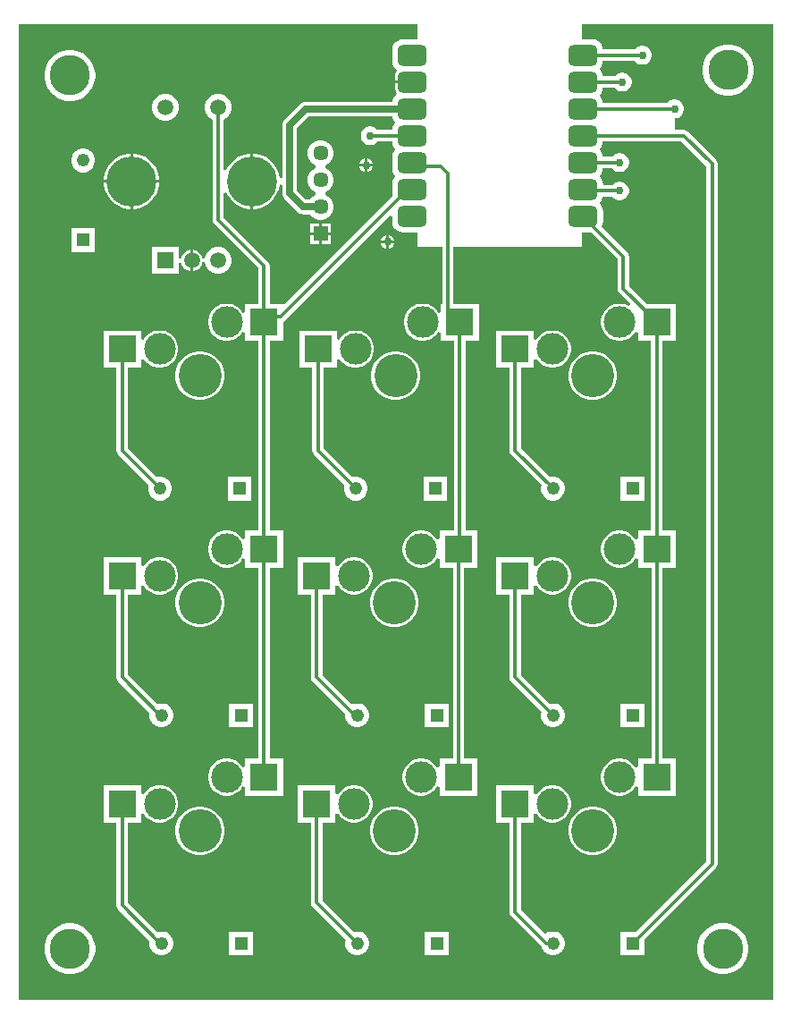
<source format=gbr>
G04*
G04 #@! TF.GenerationSoftware,Altium Limited,Altium Designer,25.8.1 (18)*
G04*
G04 Layer_Physical_Order=2*
G04 Layer_Color=16711680*
%FSLAX44Y44*%
%MOMM*%
G71*
G04*
G04 #@! TF.SameCoordinates,DF3AAA51-F136-4719-93B0-9B07129043F7*
G04*
G04*
G04 #@! TF.FilePolarity,Positive*
G04*
G01*
G75*
%ADD26C,0.3048*%
%ADD27C,4.0894*%
%ADD28R,1.4500X1.4500*%
%ADD29C,1.4500*%
%ADD30C,3.8100*%
%ADD31C,4.7400*%
%ADD32C,1.5000*%
%ADD33C,3.0000*%
%ADD34R,1.2380X1.2380*%
%ADD35C,1.2380*%
%ADD36R,1.2380X1.2380*%
%ADD37R,1.5000X1.5000*%
%ADD38C,0.7620*%
G04:AMPARAMS|DCode=39|XSize=2.75mm|YSize=2mm|CornerRadius=0.5mm|HoleSize=0mm|Usage=FLASHONLY|Rotation=180.000|XOffset=0mm|YOffset=0mm|HoleType=Round|Shape=RoundedRectangle|*
%AMROUNDEDRECTD39*
21,1,2.7500,1.0000,0,0,180.0*
21,1,1.7500,2.0000,0,0,180.0*
1,1,1.0000,-0.8750,0.5000*
1,1,1.0000,0.8750,0.5000*
1,1,1.0000,0.8750,-0.5000*
1,1,1.0000,-0.8750,-0.5000*
%
%ADD39ROUNDEDRECTD39*%
%ADD40R,2.5500X2.5000*%
%ADD41C,0.6350*%
G36*
X1141656Y20394D02*
X426795D01*
Y943536D01*
X803910D01*
Y929567D01*
X790360D01*
X787729Y929221D01*
X785276Y928205D01*
X783171Y926589D01*
X781555Y924483D01*
X780539Y922031D01*
X780193Y919400D01*
Y909400D01*
X780539Y906769D01*
X781555Y904316D01*
X783171Y902211D01*
X783837Y901700D01*
X784835Y899677D01*
X784198Y898355D01*
X783774Y897803D01*
X783014Y895968D01*
X782755Y894000D01*
Y890270D01*
X799110D01*
Y887730D01*
X782755D01*
Y884000D01*
X783014Y882032D01*
X783774Y880198D01*
X784198Y879645D01*
X784835Y878323D01*
X783837Y876300D01*
X783171Y875789D01*
X781555Y873683D01*
X780539Y871231D01*
X780462Y870645D01*
X698500D01*
X696677Y870405D01*
X694977Y869701D01*
X693518Y868582D01*
X678278Y853342D01*
X677159Y851883D01*
X676455Y850183D01*
X676215Y848360D01*
Y798504D01*
X673675Y798254D01*
X672782Y802744D01*
X670804Y807519D01*
X667932Y811817D01*
X664277Y815472D01*
X659979Y818344D01*
X655204Y820322D01*
X650134Y821330D01*
X648820D01*
Y795090D01*
Y768850D01*
X650134D01*
X655204Y769858D01*
X659979Y771836D01*
X664277Y774708D01*
X667932Y778363D01*
X670804Y782661D01*
X672782Y787436D01*
X673675Y791926D01*
X676215Y791676D01*
Y783590D01*
X676455Y781767D01*
X677159Y780067D01*
X678278Y778608D01*
X690978Y765908D01*
X692437Y764789D01*
X694137Y764085D01*
X695960Y763845D01*
X702300D01*
X702604Y763319D01*
X704899Y761023D01*
X707711Y759400D01*
X710847Y758560D01*
X714093D01*
X717229Y759400D01*
X720041Y761023D01*
X722337Y763319D01*
X723960Y766131D01*
X724800Y769267D01*
Y772513D01*
X723960Y775649D01*
X722337Y778461D01*
X720041Y780757D01*
X717477Y782237D01*
X717272Y783590D01*
X717477Y784943D01*
X720041Y786423D01*
X722337Y788719D01*
X723960Y791531D01*
X724800Y794667D01*
Y797913D01*
X723960Y801049D01*
X722337Y803861D01*
X720041Y806156D01*
X717477Y807637D01*
X717272Y808990D01*
X717477Y810343D01*
X720041Y811824D01*
X722337Y814119D01*
X723960Y816931D01*
X724800Y820067D01*
Y823313D01*
X723960Y826449D01*
X722337Y829261D01*
X720041Y831556D01*
X717229Y833180D01*
X714093Y834020D01*
X710847D01*
X707711Y833180D01*
X704899Y831556D01*
X702604Y829261D01*
X700980Y826449D01*
X700140Y823313D01*
Y820067D01*
X700980Y816931D01*
X702604Y814119D01*
X704899Y811824D01*
X707464Y810343D01*
X707668Y808990D01*
X707464Y807637D01*
X704899Y806156D01*
X702604Y803861D01*
X700980Y801049D01*
X700140Y797913D01*
Y794667D01*
X700980Y791531D01*
X702604Y788719D01*
X704899Y786423D01*
X707464Y784943D01*
X707668Y783590D01*
X707464Y782237D01*
X704899Y780757D01*
X702604Y778461D01*
X702300Y777935D01*
X698878D01*
X690305Y786508D01*
Y845442D01*
X701418Y856555D01*
X780462D01*
X780539Y855969D01*
X781555Y853516D01*
X782118Y852783D01*
X782946Y850900D01*
X782118Y849017D01*
X781555Y848283D01*
X780539Y845831D01*
X780251Y843639D01*
X766585D01*
X766574Y843659D01*
X764919Y845314D01*
X762891Y846484D01*
X760630Y847090D01*
X758290D01*
X756029Y846484D01*
X754001Y845314D01*
X752346Y843659D01*
X751176Y841631D01*
X750570Y839370D01*
Y837030D01*
X751176Y834769D01*
X752346Y832741D01*
X754001Y831086D01*
X756029Y829916D01*
X758290Y829310D01*
X760630D01*
X762891Y829916D01*
X764919Y831086D01*
X766574Y832741D01*
X766585Y832762D01*
X780251D01*
X780539Y830569D01*
X781555Y828117D01*
X782118Y827383D01*
X782946Y825500D01*
X782118Y823617D01*
X781555Y822884D01*
X780539Y820431D01*
X780193Y817800D01*
Y807800D01*
X780539Y805169D01*
X781555Y802717D01*
X782118Y801983D01*
X782946Y800100D01*
X782118Y798217D01*
X781555Y797484D01*
X780539Y795031D01*
X780193Y792400D01*
Y782400D01*
X780442Y780513D01*
X678511Y678583D01*
X676900Y679250D01*
Y679250D01*
X664509D01*
Y715070D01*
X664094Y717151D01*
X662916Y718916D01*
X620989Y760843D01*
Y784009D01*
X623529Y784514D01*
X624296Y782661D01*
X627168Y778363D01*
X630823Y774708D01*
X635121Y771836D01*
X639896Y769858D01*
X644966Y768850D01*
X646280D01*
Y795090D01*
Y821330D01*
X644966D01*
X639896Y820322D01*
X635121Y818344D01*
X630823Y815472D01*
X627168Y811817D01*
X624296Y807519D01*
X623529Y805666D01*
X620989Y806171D01*
Y853704D01*
X623274Y855023D01*
X625616Y857366D01*
X627273Y860234D01*
X628130Y863434D01*
Y866746D01*
X627273Y869946D01*
X625616Y872814D01*
X623274Y875156D01*
X620406Y876813D01*
X617206Y877670D01*
X613894D01*
X610694Y876813D01*
X607826Y875156D01*
X605484Y872814D01*
X603827Y869946D01*
X602970Y866746D01*
Y863434D01*
X603827Y860234D01*
X605484Y857366D01*
X607826Y855023D01*
X610112Y853704D01*
Y758590D01*
X610526Y756509D01*
X611704Y754744D01*
X653632Y712817D01*
Y679250D01*
X641240D01*
Y671317D01*
X638700Y670598D01*
X637194Y672851D01*
X634751Y675294D01*
X631878Y677214D01*
X628686Y678536D01*
X625298Y679210D01*
X621842D01*
X618454Y678536D01*
X615262Y677214D01*
X612389Y675294D01*
X609946Y672851D01*
X608026Y669978D01*
X606704Y666786D01*
X606030Y663398D01*
Y659942D01*
X606704Y656554D01*
X608026Y653362D01*
X609946Y650489D01*
X612389Y648046D01*
X615262Y646126D01*
X618454Y644804D01*
X621842Y644130D01*
X625298D01*
X628686Y644804D01*
X631878Y646126D01*
X634751Y648046D01*
X637194Y650489D01*
X638700Y652742D01*
X641240Y652023D01*
Y644090D01*
X653632D01*
Y464620D01*
X641240D01*
Y456687D01*
X638700Y455967D01*
X637194Y458221D01*
X634751Y460664D01*
X631878Y462584D01*
X628686Y463906D01*
X625298Y464580D01*
X621842D01*
X618454Y463906D01*
X615262Y462584D01*
X612389Y460664D01*
X609946Y458221D01*
X608026Y455348D01*
X606704Y452156D01*
X606030Y448768D01*
Y445312D01*
X606704Y441924D01*
X608026Y438732D01*
X609946Y435859D01*
X612389Y433416D01*
X615262Y431496D01*
X618454Y430174D01*
X621842Y429500D01*
X625298D01*
X628686Y430174D01*
X631878Y431496D01*
X634751Y433416D01*
X637194Y435859D01*
X638700Y438112D01*
X641240Y437393D01*
Y429460D01*
X653632D01*
Y248720D01*
X641240D01*
Y240787D01*
X638700Y240068D01*
X637194Y242321D01*
X634751Y244764D01*
X631878Y246684D01*
X628686Y248006D01*
X625298Y248680D01*
X621842D01*
X618454Y248006D01*
X615262Y246684D01*
X612389Y244764D01*
X609946Y242321D01*
X608026Y239448D01*
X606704Y236256D01*
X606030Y232868D01*
Y229412D01*
X606704Y226024D01*
X608026Y222832D01*
X609946Y219959D01*
X612389Y217516D01*
X615262Y215596D01*
X618454Y214274D01*
X621842Y213600D01*
X625298D01*
X628686Y214274D01*
X631878Y215596D01*
X634751Y217516D01*
X637194Y219959D01*
X638700Y222213D01*
X641240Y221493D01*
Y213560D01*
X676900D01*
Y248720D01*
X664509D01*
Y429460D01*
X676900D01*
Y464620D01*
X664509D01*
Y644090D01*
X676900D01*
Y662104D01*
X678452Y663141D01*
X777846Y762535D01*
X780193Y761563D01*
Y757000D01*
X780539Y754369D01*
X781555Y751917D01*
X783171Y749811D01*
X785276Y748195D01*
X787729Y747179D01*
X790360Y746833D01*
X803910D01*
Y732790D01*
X827682D01*
Y679250D01*
X826660D01*
Y671317D01*
X824120Y670598D01*
X822614Y672851D01*
X820171Y675294D01*
X817298Y677214D01*
X814106Y678536D01*
X810717Y679210D01*
X807262D01*
X803874Y678536D01*
X800682Y677214D01*
X797809Y675294D01*
X795366Y672851D01*
X793446Y669978D01*
X792124Y666786D01*
X791450Y663398D01*
Y659942D01*
X792124Y656554D01*
X793446Y653362D01*
X795366Y650489D01*
X797809Y648046D01*
X800682Y646126D01*
X803874Y644804D01*
X807262Y644130D01*
X810717D01*
X814106Y644804D01*
X817298Y646126D01*
X820171Y648046D01*
X822614Y650489D01*
X824120Y652742D01*
X826660Y652023D01*
Y644090D01*
X839052D01*
Y464620D01*
X825390D01*
Y456687D01*
X822850Y455967D01*
X821344Y458221D01*
X818901Y460664D01*
X816028Y462584D01*
X812836Y463906D01*
X809447Y464580D01*
X805993D01*
X802604Y463906D01*
X799412Y462584D01*
X796539Y460664D01*
X794096Y458221D01*
X792176Y455348D01*
X790854Y452156D01*
X790180Y448768D01*
Y445312D01*
X790854Y441924D01*
X792176Y438732D01*
X794096Y435859D01*
X796539Y433416D01*
X799412Y431496D01*
X802604Y430174D01*
X805993Y429500D01*
X809447D01*
X812836Y430174D01*
X816028Y431496D01*
X818901Y433416D01*
X821344Y435859D01*
X822850Y438112D01*
X825390Y437393D01*
Y429460D01*
X837782D01*
Y248720D01*
X825390D01*
Y240787D01*
X822850Y240068D01*
X821344Y242321D01*
X818901Y244764D01*
X816028Y246684D01*
X812836Y248006D01*
X809447Y248680D01*
X805993D01*
X802604Y248006D01*
X799412Y246684D01*
X796539Y244764D01*
X794096Y242321D01*
X792176Y239448D01*
X790854Y236256D01*
X790180Y232868D01*
Y229412D01*
X790854Y226024D01*
X792176Y222832D01*
X794096Y219959D01*
X796539Y217516D01*
X799412Y215596D01*
X802604Y214274D01*
X805993Y213600D01*
X809447D01*
X812836Y214274D01*
X816028Y215596D01*
X818901Y217516D01*
X821344Y219959D01*
X822850Y222213D01*
X825390Y221493D01*
Y213560D01*
X861050D01*
Y248720D01*
X848659D01*
Y429460D01*
X861050D01*
Y464620D01*
X849929D01*
Y644090D01*
X862320D01*
Y679250D01*
X838559D01*
Y732790D01*
X960120D01*
Y746833D01*
X968586D01*
X993742Y721677D01*
Y693420D01*
X994156Y691339D01*
X995334Y689574D01*
X1005953Y678956D01*
X1004334Y676983D01*
X1003988Y677214D01*
X1000796Y678536D01*
X997408Y679210D01*
X993952D01*
X990564Y678536D01*
X987372Y677214D01*
X984499Y675294D01*
X982056Y672851D01*
X980136Y669978D01*
X978814Y666786D01*
X978140Y663398D01*
Y659942D01*
X978814Y656554D01*
X980136Y653362D01*
X982056Y650489D01*
X984499Y648046D01*
X987372Y646126D01*
X990564Y644804D01*
X993952Y644130D01*
X997408D01*
X1000796Y644804D01*
X1003988Y646126D01*
X1006861Y648046D01*
X1009304Y650489D01*
X1010810Y652742D01*
X1013350Y652023D01*
Y644090D01*
X1025491D01*
Y464620D01*
X1013350D01*
Y456687D01*
X1010810Y455967D01*
X1009304Y458221D01*
X1006861Y460664D01*
X1003988Y462584D01*
X1000796Y463906D01*
X997408Y464580D01*
X993952D01*
X990564Y463906D01*
X987372Y462584D01*
X984499Y460664D01*
X982056Y458221D01*
X980136Y455348D01*
X978814Y452156D01*
X978140Y448768D01*
Y445312D01*
X978814Y441924D01*
X980136Y438732D01*
X982056Y435859D01*
X984499Y433416D01*
X987372Y431496D01*
X990564Y430174D01*
X993952Y429500D01*
X997408D01*
X1000796Y430174D01*
X1003988Y431496D01*
X1006861Y433416D01*
X1009304Y435859D01*
X1010810Y438112D01*
X1013350Y437393D01*
Y429460D01*
X1025742D01*
Y248720D01*
X1013350D01*
Y240787D01*
X1010810Y240068D01*
X1009304Y242321D01*
X1006861Y244764D01*
X1003988Y246684D01*
X1000796Y248006D01*
X997408Y248680D01*
X993952D01*
X990564Y248006D01*
X987372Y246684D01*
X984499Y244764D01*
X982056Y242321D01*
X980136Y239448D01*
X978814Y236256D01*
X978140Y232868D01*
Y229412D01*
X978814Y226024D01*
X980136Y222832D01*
X982056Y219959D01*
X984499Y217516D01*
X987372Y215596D01*
X990564Y214274D01*
X993952Y213600D01*
X997408D01*
X1000796Y214274D01*
X1003988Y215596D01*
X1006861Y217516D01*
X1009304Y219959D01*
X1010810Y222213D01*
X1013350Y221493D01*
Y213560D01*
X1049010D01*
Y248720D01*
X1036618D01*
Y429460D01*
X1049010D01*
Y464620D01*
X1036368D01*
Y644090D01*
X1049010D01*
Y679250D01*
X1021041D01*
X1004619Y695673D01*
Y723930D01*
X1004204Y726011D01*
X1003026Y727776D01*
X978729Y752072D01*
X979680Y754369D01*
X980027Y757000D01*
Y767000D01*
X979680Y769631D01*
X978665Y772084D01*
X978102Y772817D01*
X977274Y774700D01*
X978102Y776583D01*
X978665Y777317D01*
X979680Y779769D01*
X979802Y780692D01*
X988555D01*
X988566Y780671D01*
X990221Y779016D01*
X992249Y777846D01*
X994510Y777240D01*
X996850D01*
X999111Y777846D01*
X1001139Y779016D01*
X1002794Y780671D01*
X1003964Y782699D01*
X1004570Y784960D01*
Y787300D01*
X1003964Y789561D01*
X1002794Y791589D01*
X1001139Y793244D01*
X999111Y794414D01*
X996850Y795020D01*
X994510D01*
X992249Y794414D01*
X990221Y793244D01*
X988566Y791589D01*
X988555Y791569D01*
X980027D01*
Y792400D01*
X979680Y795031D01*
X978665Y797484D01*
X978102Y798217D01*
X977274Y800100D01*
X978102Y801983D01*
X978665Y802717D01*
X979680Y805169D01*
X979969Y807362D01*
X988555D01*
X988566Y807341D01*
X990221Y805686D01*
X992249Y804516D01*
X994510Y803910D01*
X996850D01*
X999111Y804516D01*
X1001139Y805686D01*
X1002794Y807341D01*
X1003964Y809369D01*
X1004570Y811630D01*
Y813970D01*
X1003964Y816231D01*
X1002794Y818259D01*
X1001139Y819914D01*
X999111Y821084D01*
X996850Y821690D01*
X994510D01*
X992249Y821084D01*
X990221Y819914D01*
X988566Y818259D01*
X988555Y818239D01*
X979969D01*
X979680Y820431D01*
X978665Y822884D01*
X978102Y823617D01*
X977274Y825500D01*
X978102Y827383D01*
X978665Y828117D01*
X979680Y830569D01*
X979969Y832762D01*
X1054387D01*
X1077871Y809277D01*
Y151258D01*
X1011544Y84930D01*
X996695D01*
Y62390D01*
X1019235D01*
Y77239D01*
X1087156Y145159D01*
X1088335Y146924D01*
X1088748Y149005D01*
Y811530D01*
X1088335Y813611D01*
X1087156Y815376D01*
X1060486Y842046D01*
X1058721Y843224D01*
X1056640Y843639D01*
X1047750D01*
Y854710D01*
X1048920D01*
X1051181Y855316D01*
X1053209Y856486D01*
X1054864Y858141D01*
X1056034Y860169D01*
X1056640Y862430D01*
Y864770D01*
X1056034Y867031D01*
X1054864Y869059D01*
X1053209Y870714D01*
X1051181Y871884D01*
X1048920Y872490D01*
X1046580D01*
X1044319Y871884D01*
X1042291Y870714D01*
X1040636Y869059D01*
X1040625Y869038D01*
X979969D01*
X979680Y871231D01*
X978665Y873683D01*
X978102Y874417D01*
X977274Y876300D01*
X978102Y878183D01*
X978665Y878916D01*
X979680Y881369D01*
X979969Y883561D01*
X991095D01*
X991106Y883541D01*
X992761Y881886D01*
X994789Y880716D01*
X997050Y880110D01*
X999390D01*
X1001651Y880716D01*
X1003679Y881886D01*
X1005334Y883541D01*
X1006504Y885569D01*
X1007110Y887830D01*
Y890170D01*
X1006504Y892431D01*
X1005334Y894459D01*
X1003679Y896114D01*
X1001651Y897284D01*
X999390Y897890D01*
X997050D01*
X994789Y897284D01*
X992761Y896114D01*
X991106Y894459D01*
X991095Y894438D01*
X979969D01*
X979680Y896631D01*
X978665Y899083D01*
X978102Y899817D01*
X977274Y901700D01*
X978102Y903583D01*
X978665Y904316D01*
X979680Y906769D01*
X979969Y908961D01*
X1010145D01*
X1010156Y908941D01*
X1011811Y907286D01*
X1013839Y906116D01*
X1016100Y905510D01*
X1018440D01*
X1020701Y906116D01*
X1022729Y907286D01*
X1024384Y908941D01*
X1025554Y910969D01*
X1026160Y913230D01*
Y915570D01*
X1025554Y917831D01*
X1024384Y919859D01*
X1022729Y921514D01*
X1020701Y922684D01*
X1018440Y923290D01*
X1016100D01*
X1013839Y922684D01*
X1011811Y921514D01*
X1010156Y919859D01*
X1010145Y919838D01*
X979969D01*
X979680Y922031D01*
X978665Y924483D01*
X977049Y926589D01*
X974943Y928205D01*
X972491Y929221D01*
X969860Y929567D01*
X960120D01*
Y943536D01*
X1141656D01*
Y20394D01*
D02*
G37*
%LPC*%
G36*
X1100927Y924560D02*
X1096173D01*
X1091512Y923633D01*
X1087120Y921814D01*
X1083168Y919173D01*
X1079807Y915812D01*
X1077166Y911860D01*
X1075347Y907468D01*
X1074420Y902807D01*
Y898053D01*
X1075347Y893391D01*
X1077166Y889000D01*
X1079807Y885048D01*
X1083168Y881687D01*
X1087120Y879046D01*
X1091512Y877227D01*
X1096173Y876300D01*
X1100927D01*
X1105589Y877227D01*
X1109980Y879046D01*
X1113932Y881687D01*
X1117293Y885048D01*
X1119934Y889000D01*
X1121753Y893391D01*
X1122680Y898053D01*
Y902807D01*
X1121753Y907468D01*
X1119934Y911860D01*
X1117293Y915812D01*
X1113932Y919173D01*
X1109980Y921814D01*
X1105589Y923633D01*
X1100927Y924560D01*
D02*
G37*
G36*
X477357Y919480D02*
X472603D01*
X467942Y918553D01*
X463550Y916734D01*
X459598Y914093D01*
X456237Y910732D01*
X453596Y906780D01*
X451777Y902389D01*
X450850Y897727D01*
Y892973D01*
X451777Y888311D01*
X453596Y883920D01*
X456237Y879968D01*
X459598Y876607D01*
X463550Y873966D01*
X467942Y872147D01*
X472603Y871220D01*
X477357D01*
X482019Y872147D01*
X486410Y873966D01*
X490362Y876607D01*
X493723Y879968D01*
X496364Y883920D01*
X498183Y888311D01*
X499110Y892973D01*
Y897727D01*
X498183Y902389D01*
X496364Y906780D01*
X493723Y910732D01*
X490362Y914093D01*
X486410Y916734D01*
X482019Y918553D01*
X477357Y919480D01*
D02*
G37*
G36*
X567206Y877670D02*
X563894D01*
X560694Y876813D01*
X557826Y875156D01*
X555484Y872814D01*
X553827Y869946D01*
X552970Y866746D01*
Y863434D01*
X553827Y860234D01*
X555484Y857366D01*
X557826Y855023D01*
X560694Y853367D01*
X563894Y852510D01*
X567206D01*
X570406Y853367D01*
X573274Y855023D01*
X575616Y857366D01*
X577273Y860234D01*
X578130Y863434D01*
Y866746D01*
X577273Y869946D01*
X575616Y872814D01*
X573274Y875156D01*
X570406Y876813D01*
X567206Y877670D01*
D02*
G37*
G36*
X756920Y816607D02*
Y811530D01*
X761997D01*
X761033Y813857D01*
X759247Y815643D01*
X756920Y816607D01*
D02*
G37*
G36*
X754380D02*
X752053Y815643D01*
X750267Y813857D01*
X749303Y811530D01*
X754380D01*
Y816607D01*
D02*
G37*
G36*
X761997Y808990D02*
X756920D01*
Y803913D01*
X759247Y804877D01*
X761033Y806663D01*
X761997Y808990D01*
D02*
G37*
G36*
X754380D02*
X749303D01*
X750267Y806663D01*
X752053Y804877D01*
X754380Y803913D01*
Y808990D01*
D02*
G37*
G36*
X489164Y826195D02*
X486196D01*
X483330Y825427D01*
X480760Y823943D01*
X478662Y821845D01*
X477178Y819275D01*
X476410Y816409D01*
Y813441D01*
X477178Y810575D01*
X478662Y808005D01*
X480760Y805907D01*
X483330Y804423D01*
X486196Y803655D01*
X489164D01*
X492030Y804423D01*
X494600Y805907D01*
X496698Y808005D01*
X498182Y810575D01*
X498950Y813441D01*
Y816409D01*
X498182Y819275D01*
X496698Y821845D01*
X494600Y823943D01*
X492030Y825427D01*
X489164Y826195D01*
D02*
G37*
G36*
X536134Y821330D02*
X534820D01*
Y796360D01*
X559790D01*
Y797674D01*
X558782Y802744D01*
X556804Y807519D01*
X553932Y811817D01*
X550277Y815472D01*
X545979Y818344D01*
X541204Y820322D01*
X536134Y821330D01*
D02*
G37*
G36*
X532280D02*
X530966D01*
X525896Y820322D01*
X521121Y818344D01*
X516823Y815472D01*
X513168Y811817D01*
X510296Y807519D01*
X508318Y802744D01*
X507310Y797674D01*
Y796360D01*
X532280D01*
Y821330D01*
D02*
G37*
G36*
X559790Y793820D02*
X534820D01*
Y768850D01*
X536134D01*
X541204Y769858D01*
X545979Y771836D01*
X550277Y774708D01*
X553932Y778363D01*
X556804Y782661D01*
X558782Y787436D01*
X559790Y792506D01*
Y793820D01*
D02*
G37*
G36*
X532280D02*
X507310D01*
Y792506D01*
X508318Y787436D01*
X510296Y782661D01*
X513168Y778363D01*
X516823Y774708D01*
X521121Y771836D01*
X525896Y769858D01*
X530966Y768850D01*
X532280D01*
Y793820D01*
D02*
G37*
G36*
X722260Y755280D02*
X713740D01*
Y746760D01*
X722260D01*
Y755280D01*
D02*
G37*
G36*
X711200D02*
X702680D01*
Y746760D01*
X711200D01*
Y755280D01*
D02*
G37*
G36*
X777240Y744217D02*
Y739140D01*
X782317D01*
X781353Y741467D01*
X779567Y743253D01*
X777240Y744217D01*
D02*
G37*
G36*
X774700D02*
X772373Y743253D01*
X770587Y741467D01*
X769623Y739140D01*
X774700D01*
Y744217D01*
D02*
G37*
G36*
X722260Y744220D02*
X713740D01*
Y735700D01*
X722260D01*
Y744220D01*
D02*
G37*
G36*
X711200D02*
X702680D01*
Y735700D01*
X711200D01*
Y744220D01*
D02*
G37*
G36*
X782317Y736600D02*
X777240D01*
Y731523D01*
X779567Y732487D01*
X781353Y734273D01*
X782317Y736600D01*
D02*
G37*
G36*
X774700D02*
X769623D01*
X770587Y734273D01*
X772373Y732487D01*
X774700Y731523D01*
Y736600D01*
D02*
G37*
G36*
X498950Y750825D02*
X476410D01*
Y728285D01*
X498950D01*
Y750825D01*
D02*
G37*
G36*
X617206Y732670D02*
X613894D01*
X610694Y731813D01*
X607826Y730156D01*
X605484Y727814D01*
X603827Y724946D01*
X602970Y721746D01*
X600473Y721849D01*
X599906Y723965D01*
X598584Y726255D01*
X596715Y728124D01*
X594425Y729446D01*
X591872Y730130D01*
X591820D01*
Y720090D01*
Y710050D01*
X591872D01*
X594425Y710734D01*
X596715Y712056D01*
X598584Y713925D01*
X599906Y716215D01*
X600473Y718331D01*
X602970Y718434D01*
X603827Y715234D01*
X605484Y712366D01*
X607826Y710023D01*
X610694Y708367D01*
X613894Y707510D01*
X617206D01*
X620406Y708367D01*
X623274Y710023D01*
X625616Y712366D01*
X627273Y715234D01*
X628130Y718434D01*
Y721746D01*
X627273Y724946D01*
X625616Y727814D01*
X623274Y730156D01*
X620406Y731813D01*
X617206Y732670D01*
D02*
G37*
G36*
X578130D02*
X552970D01*
Y707510D01*
X578130D01*
Y717837D01*
X580670Y718171D01*
X581194Y716215D01*
X582516Y713925D01*
X584385Y712056D01*
X586675Y710734D01*
X589228Y710050D01*
X589280D01*
Y720090D01*
Y730130D01*
X589228D01*
X586675Y729446D01*
X584385Y728124D01*
X582516Y726255D01*
X581194Y723965D01*
X580670Y722009D01*
X578130Y722343D01*
Y732670D01*
D02*
G37*
G36*
X914510Y653850D02*
X878850D01*
Y618690D01*
X891242D01*
Y540105D01*
X891656Y538024D01*
X892834Y536259D01*
X921768Y507326D01*
X921325Y505674D01*
Y502706D01*
X922093Y499840D01*
X923577Y497270D01*
X925675Y495172D01*
X928245Y493688D01*
X931111Y492920D01*
X934079D01*
X936945Y493688D01*
X939515Y495172D01*
X941613Y497270D01*
X943097Y499840D01*
X943865Y502706D01*
Y505674D01*
X943097Y508540D01*
X941613Y511110D01*
X939515Y513208D01*
X936945Y514692D01*
X934079Y515460D01*
X931111D01*
X929459Y515017D01*
X902119Y542358D01*
Y618690D01*
X914510D01*
Y626623D01*
X917050Y627342D01*
X918556Y625089D01*
X920999Y622646D01*
X923872Y620726D01*
X927064Y619404D01*
X930452Y618730D01*
X933907D01*
X937296Y619404D01*
X940488Y620726D01*
X943361Y622646D01*
X945804Y625089D01*
X947724Y627962D01*
X949046Y631154D01*
X949720Y634543D01*
Y637998D01*
X949046Y641386D01*
X947724Y644578D01*
X945804Y647451D01*
X943361Y649894D01*
X940488Y651814D01*
X937296Y653136D01*
X933907Y653810D01*
X930452D01*
X927064Y653136D01*
X923872Y651814D01*
X920999Y649894D01*
X918556Y647451D01*
X917050Y645198D01*
X914510Y645917D01*
Y653850D01*
D02*
G37*
G36*
X727820D02*
X692160D01*
Y618690D01*
X704551D01*
Y540105D01*
X704966Y538024D01*
X706144Y536259D01*
X735078Y507326D01*
X734635Y505674D01*
Y502706D01*
X735403Y499840D01*
X736887Y497270D01*
X738985Y495172D01*
X741555Y493688D01*
X744421Y492920D01*
X747389D01*
X750255Y493688D01*
X752825Y495172D01*
X754923Y497270D01*
X756407Y499840D01*
X757175Y502706D01*
Y505674D01*
X756407Y508540D01*
X754923Y511110D01*
X752825Y513208D01*
X750255Y514692D01*
X747389Y515460D01*
X744421D01*
X742769Y515017D01*
X715428Y542358D01*
Y618690D01*
X727820D01*
Y626623D01*
X730360Y627342D01*
X731866Y625089D01*
X734309Y622646D01*
X737182Y620726D01*
X740374Y619404D01*
X743763Y618730D01*
X747217D01*
X750606Y619404D01*
X753798Y620726D01*
X756671Y622646D01*
X759114Y625089D01*
X761034Y627962D01*
X762356Y631154D01*
X763030Y634543D01*
Y637998D01*
X762356Y641386D01*
X761034Y644578D01*
X759114Y647451D01*
X756671Y649894D01*
X753798Y651814D01*
X750606Y653136D01*
X747217Y653810D01*
X743763D01*
X740374Y653136D01*
X737182Y651814D01*
X734309Y649894D01*
X731866Y647451D01*
X730360Y645198D01*
X727820Y645917D01*
Y653850D01*
D02*
G37*
G36*
X542400D02*
X506740D01*
Y618690D01*
X519132D01*
Y540105D01*
X519546Y538024D01*
X520724Y536259D01*
X549658Y507326D01*
X549215Y505674D01*
Y502706D01*
X549983Y499840D01*
X551467Y497270D01*
X553565Y495172D01*
X556135Y493688D01*
X559001Y492920D01*
X561969D01*
X564835Y493688D01*
X567405Y495172D01*
X569503Y497270D01*
X570987Y499840D01*
X571755Y502706D01*
Y505674D01*
X570987Y508540D01*
X569503Y511110D01*
X567405Y513208D01*
X564835Y514692D01*
X561969Y515460D01*
X559001D01*
X557349Y515017D01*
X530009Y542358D01*
Y618690D01*
X542400D01*
Y626623D01*
X544940Y627342D01*
X546446Y625089D01*
X548889Y622646D01*
X551762Y620726D01*
X554954Y619404D01*
X558343Y618730D01*
X561797D01*
X565186Y619404D01*
X568378Y620726D01*
X571251Y622646D01*
X573694Y625089D01*
X575614Y627962D01*
X576936Y631154D01*
X577610Y634543D01*
Y637998D01*
X576936Y641386D01*
X575614Y644578D01*
X573694Y647451D01*
X571251Y649894D01*
X568378Y651814D01*
X565186Y653136D01*
X561797Y653810D01*
X558343D01*
X554954Y653136D01*
X551762Y651814D01*
X548889Y649894D01*
X546446Y647451D01*
X544940Y645198D01*
X542400Y645917D01*
Y653850D01*
D02*
G37*
G36*
X972544Y633857D02*
X968016D01*
X963575Y632974D01*
X959392Y631241D01*
X955627Y628725D01*
X952425Y625523D01*
X949909Y621758D01*
X948176Y617575D01*
X947293Y613134D01*
Y608606D01*
X948176Y604165D01*
X949909Y599982D01*
X952425Y596217D01*
X955627Y593015D01*
X959392Y590499D01*
X963575Y588766D01*
X968016Y587883D01*
X972544D01*
X976985Y588766D01*
X981168Y590499D01*
X984933Y593015D01*
X988135Y596217D01*
X990651Y599982D01*
X992384Y604165D01*
X993267Y608606D01*
Y613134D01*
X992384Y617575D01*
X990651Y621758D01*
X988135Y625523D01*
X984933Y628725D01*
X981168Y631241D01*
X976985Y632974D01*
X972544Y633857D01*
D02*
G37*
G36*
X785854D02*
X781326D01*
X776885Y632974D01*
X772702Y631241D01*
X768937Y628725D01*
X765735Y625523D01*
X763219Y621758D01*
X761486Y617575D01*
X760603Y613134D01*
Y608606D01*
X761486Y604165D01*
X763219Y599982D01*
X765735Y596217D01*
X768937Y593015D01*
X772702Y590499D01*
X776885Y588766D01*
X781326Y587883D01*
X785854D01*
X790295Y588766D01*
X794478Y590499D01*
X798243Y593015D01*
X801445Y596217D01*
X803961Y599982D01*
X805694Y604165D01*
X806577Y608606D01*
Y613134D01*
X805694Y617575D01*
X803961Y621758D01*
X801445Y625523D01*
X798243Y628725D01*
X794478Y631241D01*
X790295Y632974D01*
X785854Y633857D01*
D02*
G37*
G36*
X600434D02*
X595906D01*
X591465Y632974D01*
X587282Y631241D01*
X583517Y628725D01*
X580315Y625523D01*
X577799Y621758D01*
X576066Y617575D01*
X575183Y613134D01*
Y608606D01*
X576066Y604165D01*
X577799Y599982D01*
X580315Y596217D01*
X583517Y593015D01*
X587282Y590499D01*
X591465Y588766D01*
X595906Y587883D01*
X600434D01*
X604875Y588766D01*
X609058Y590499D01*
X612823Y593015D01*
X616025Y596217D01*
X618541Y599982D01*
X620274Y604165D01*
X621157Y608606D01*
Y613134D01*
X620274Y617575D01*
X618541Y621758D01*
X616025Y625523D01*
X612823Y628725D01*
X609058Y631241D01*
X604875Y632974D01*
X600434Y633857D01*
D02*
G37*
G36*
X1019235Y515460D02*
X996695D01*
Y492920D01*
X1019235D01*
Y515460D01*
D02*
G37*
G36*
X832545D02*
X810005D01*
Y492920D01*
X832545D01*
Y515460D01*
D02*
G37*
G36*
X647125D02*
X624585D01*
Y492920D01*
X647125D01*
Y515460D01*
D02*
G37*
G36*
X914510Y439220D02*
X878850D01*
Y404060D01*
X891242D01*
Y325475D01*
X891656Y323394D01*
X892834Y321629D01*
X921768Y292696D01*
X921325Y291044D01*
Y288076D01*
X922093Y285210D01*
X923577Y282640D01*
X925675Y280542D01*
X928245Y279058D01*
X931111Y278290D01*
X934079D01*
X936945Y279058D01*
X939515Y280542D01*
X941613Y282640D01*
X943097Y285210D01*
X943865Y288076D01*
Y291044D01*
X943097Y293910D01*
X941613Y296480D01*
X939515Y298578D01*
X936945Y300062D01*
X934079Y300830D01*
X931111D01*
X929459Y300387D01*
X902119Y327728D01*
Y404060D01*
X914510D01*
Y411993D01*
X917050Y412713D01*
X918556Y410459D01*
X920999Y408016D01*
X923872Y406096D01*
X927064Y404774D01*
X930452Y404100D01*
X933907D01*
X937296Y404774D01*
X940488Y406096D01*
X943361Y408016D01*
X945804Y410459D01*
X947724Y413332D01*
X949046Y416524D01*
X949720Y419912D01*
Y423368D01*
X949046Y426756D01*
X947724Y429948D01*
X945804Y432821D01*
X943361Y435264D01*
X940488Y437184D01*
X937296Y438506D01*
X933907Y439180D01*
X930452D01*
X927064Y438506D01*
X923872Y437184D01*
X920999Y435264D01*
X918556Y432821D01*
X917050Y430568D01*
X914510Y431287D01*
Y439220D01*
D02*
G37*
G36*
X726550D02*
X690890D01*
Y404060D01*
X703281D01*
Y325475D01*
X703696Y323394D01*
X704874Y321629D01*
X735905Y290599D01*
Y288076D01*
X736673Y285210D01*
X738157Y282640D01*
X740255Y280542D01*
X742825Y279058D01*
X745691Y278290D01*
X748659D01*
X751525Y279058D01*
X754095Y280542D01*
X756193Y282640D01*
X757677Y285210D01*
X758445Y288076D01*
Y291044D01*
X757677Y293910D01*
X756193Y296480D01*
X754095Y298578D01*
X751525Y300062D01*
X748659Y300830D01*
X745691D01*
X742825Y300062D01*
X742190Y299696D01*
X714158Y327728D01*
Y404060D01*
X726550D01*
Y411993D01*
X729090Y412713D01*
X730596Y410459D01*
X733039Y408016D01*
X735912Y406096D01*
X739104Y404774D01*
X742493Y404100D01*
X745947D01*
X749336Y404774D01*
X752528Y406096D01*
X755401Y408016D01*
X757844Y410459D01*
X759764Y413332D01*
X761086Y416524D01*
X761760Y419912D01*
Y423368D01*
X761086Y426756D01*
X759764Y429948D01*
X757844Y432821D01*
X755401Y435264D01*
X752528Y437184D01*
X749336Y438506D01*
X745947Y439180D01*
X742493D01*
X739104Y438506D01*
X735912Y437184D01*
X733039Y435264D01*
X730596Y432821D01*
X729090Y430568D01*
X726550Y431287D01*
Y439220D01*
D02*
G37*
G36*
X542400D02*
X506740D01*
Y404060D01*
X519132D01*
Y325475D01*
X519546Y323394D01*
X520724Y321629D01*
X550659Y291695D01*
X550485Y291044D01*
Y288076D01*
X551253Y285210D01*
X552737Y282640D01*
X554835Y280542D01*
X557405Y279058D01*
X560271Y278290D01*
X563239D01*
X566105Y279058D01*
X568675Y280542D01*
X570773Y282640D01*
X572257Y285210D01*
X573025Y288076D01*
Y291044D01*
X572257Y293910D01*
X570773Y296480D01*
X568675Y298578D01*
X566105Y300062D01*
X563239Y300830D01*
X560271D01*
X557617Y300119D01*
X530009Y327728D01*
Y404060D01*
X542400D01*
Y411993D01*
X544940Y412713D01*
X546446Y410459D01*
X548889Y408016D01*
X551762Y406096D01*
X554954Y404774D01*
X558343Y404100D01*
X561797D01*
X565186Y404774D01*
X568378Y406096D01*
X571251Y408016D01*
X573694Y410459D01*
X575614Y413332D01*
X576936Y416524D01*
X577610Y419912D01*
Y423368D01*
X576936Y426756D01*
X575614Y429948D01*
X573694Y432821D01*
X571251Y435264D01*
X568378Y437184D01*
X565186Y438506D01*
X561797Y439180D01*
X558343D01*
X554954Y438506D01*
X551762Y437184D01*
X548889Y435264D01*
X546446Y432821D01*
X544940Y430568D01*
X542400Y431287D01*
Y439220D01*
D02*
G37*
G36*
X972544Y419227D02*
X968016D01*
X963575Y418344D01*
X959392Y416611D01*
X955627Y414095D01*
X952425Y410893D01*
X949909Y407128D01*
X948176Y402945D01*
X947293Y398504D01*
Y393976D01*
X948176Y389535D01*
X949909Y385352D01*
X952425Y381587D01*
X955627Y378385D01*
X959392Y375869D01*
X963575Y374136D01*
X968016Y373253D01*
X972544D01*
X976985Y374136D01*
X981168Y375869D01*
X984933Y378385D01*
X988135Y381587D01*
X990651Y385352D01*
X992384Y389535D01*
X993267Y393976D01*
Y398504D01*
X992384Y402945D01*
X990651Y407128D01*
X988135Y410893D01*
X984933Y414095D01*
X981168Y416611D01*
X976985Y418344D01*
X972544Y419227D01*
D02*
G37*
G36*
X784584D02*
X780056D01*
X775615Y418344D01*
X771432Y416611D01*
X767667Y414095D01*
X764465Y410893D01*
X761949Y407128D01*
X760216Y402945D01*
X759333Y398504D01*
Y393976D01*
X760216Y389535D01*
X761949Y385352D01*
X764465Y381587D01*
X767667Y378385D01*
X771432Y375869D01*
X775615Y374136D01*
X780056Y373253D01*
X784584D01*
X789025Y374136D01*
X793208Y375869D01*
X796973Y378385D01*
X800175Y381587D01*
X802691Y385352D01*
X804424Y389535D01*
X805307Y393976D01*
Y398504D01*
X804424Y402945D01*
X802691Y407128D01*
X800175Y410893D01*
X796973Y414095D01*
X793208Y416611D01*
X789025Y418344D01*
X784584Y419227D01*
D02*
G37*
G36*
X600434D02*
X595906D01*
X591465Y418344D01*
X587282Y416611D01*
X583517Y414095D01*
X580315Y410893D01*
X577799Y407128D01*
X576066Y402945D01*
X575183Y398504D01*
Y393976D01*
X576066Y389535D01*
X577799Y385352D01*
X580315Y381587D01*
X583517Y378385D01*
X587282Y375869D01*
X591465Y374136D01*
X595906Y373253D01*
X600434D01*
X604875Y374136D01*
X609058Y375869D01*
X612823Y378385D01*
X616025Y381587D01*
X618541Y385352D01*
X620274Y389535D01*
X621157Y393976D01*
Y398504D01*
X620274Y402945D01*
X618541Y407128D01*
X616025Y410893D01*
X612823Y414095D01*
X609058Y416611D01*
X604875Y418344D01*
X600434Y419227D01*
D02*
G37*
G36*
X1019235Y300830D02*
X996695D01*
Y278290D01*
X1019235D01*
Y300830D01*
D02*
G37*
G36*
X833815D02*
X811275D01*
Y278290D01*
X833815D01*
Y300830D01*
D02*
G37*
G36*
X648395D02*
X625855D01*
Y278290D01*
X648395D01*
Y300830D01*
D02*
G37*
G36*
X914510Y223320D02*
X878850D01*
Y188160D01*
X891242D01*
Y103225D01*
X891656Y101144D01*
X892834Y99379D01*
X921796Y70418D01*
X922093Y69310D01*
X923577Y66740D01*
X925675Y64642D01*
X928245Y63158D01*
X931111Y62390D01*
X934079D01*
X936945Y63158D01*
X939515Y64642D01*
X941613Y66740D01*
X943097Y69310D01*
X943865Y72176D01*
Y75144D01*
X943097Y78010D01*
X941613Y80580D01*
X939515Y82678D01*
X936945Y84162D01*
X934079Y84930D01*
X931111D01*
X928245Y84162D01*
X925675Y82678D01*
X925296Y82300D01*
X902119Y105478D01*
Y188160D01*
X914510D01*
Y196093D01*
X917050Y196812D01*
X918556Y194559D01*
X920999Y192116D01*
X923872Y190196D01*
X927064Y188874D01*
X930452Y188200D01*
X933907D01*
X937296Y188874D01*
X940488Y190196D01*
X943361Y192116D01*
X945804Y194559D01*
X947724Y197432D01*
X949046Y200624D01*
X949720Y204013D01*
Y207467D01*
X949046Y210856D01*
X947724Y214048D01*
X945804Y216921D01*
X943361Y219364D01*
X940488Y221284D01*
X937296Y222606D01*
X933907Y223280D01*
X930452D01*
X927064Y222606D01*
X923872Y221284D01*
X920999Y219364D01*
X918556Y216921D01*
X917050Y214667D01*
X914510Y215387D01*
Y223320D01*
D02*
G37*
G36*
X726550D02*
X690890D01*
Y188160D01*
X703281D01*
Y112115D01*
X703696Y110034D01*
X704874Y108269D01*
X736348Y76796D01*
X735905Y75144D01*
Y72176D01*
X736673Y69310D01*
X738157Y66740D01*
X740255Y64642D01*
X742825Y63158D01*
X745691Y62390D01*
X748659D01*
X751525Y63158D01*
X754095Y64642D01*
X756193Y66740D01*
X757677Y69310D01*
X758445Y72176D01*
Y75144D01*
X757677Y78010D01*
X756193Y80580D01*
X754095Y82678D01*
X751525Y84162D01*
X748659Y84930D01*
X745691D01*
X744039Y84487D01*
X714158Y114368D01*
Y188160D01*
X726550D01*
Y196093D01*
X729090Y196812D01*
X730596Y194559D01*
X733039Y192116D01*
X735912Y190196D01*
X739104Y188874D01*
X742493Y188200D01*
X745947D01*
X749336Y188874D01*
X752528Y190196D01*
X755401Y192116D01*
X757844Y194559D01*
X759764Y197432D01*
X761086Y200624D01*
X761760Y204013D01*
Y207467D01*
X761086Y210856D01*
X759764Y214048D01*
X757844Y216921D01*
X755401Y219364D01*
X752528Y221284D01*
X749336Y222606D01*
X745947Y223280D01*
X742493D01*
X739104Y222606D01*
X735912Y221284D01*
X733039Y219364D01*
X730596Y216921D01*
X729090Y214667D01*
X726550Y215387D01*
Y223320D01*
D02*
G37*
G36*
X542400D02*
X506740D01*
Y188160D01*
X519132D01*
Y109575D01*
X519546Y107494D01*
X520724Y105729D01*
X550659Y75795D01*
X550485Y75144D01*
Y72176D01*
X551253Y69310D01*
X552737Y66740D01*
X554835Y64642D01*
X557405Y63158D01*
X560271Y62390D01*
X563239D01*
X566105Y63158D01*
X568675Y64642D01*
X570773Y66740D01*
X572257Y69310D01*
X573025Y72176D01*
Y75144D01*
X572257Y78010D01*
X570773Y80580D01*
X568675Y82678D01*
X566105Y84162D01*
X563239Y84930D01*
X560271D01*
X557617Y84219D01*
X530009Y111828D01*
Y188160D01*
X542400D01*
Y196093D01*
X544940Y196812D01*
X546446Y194559D01*
X548889Y192116D01*
X551762Y190196D01*
X554954Y188874D01*
X558343Y188200D01*
X561797D01*
X565186Y188874D01*
X568378Y190196D01*
X571251Y192116D01*
X573694Y194559D01*
X575614Y197432D01*
X576936Y200624D01*
X577610Y204013D01*
Y207467D01*
X576936Y210856D01*
X575614Y214048D01*
X573694Y216921D01*
X571251Y219364D01*
X568378Y221284D01*
X565186Y222606D01*
X561797Y223280D01*
X558343D01*
X554954Y222606D01*
X551762Y221284D01*
X548889Y219364D01*
X546446Y216921D01*
X544940Y214667D01*
X542400Y215387D01*
Y223320D01*
D02*
G37*
G36*
X972544Y203327D02*
X968016D01*
X963575Y202444D01*
X959392Y200711D01*
X955627Y198195D01*
X952425Y194993D01*
X949909Y191228D01*
X948176Y187045D01*
X947293Y182604D01*
Y178076D01*
X948176Y173635D01*
X949909Y169452D01*
X952425Y165687D01*
X955627Y162485D01*
X959392Y159969D01*
X963575Y158236D01*
X968016Y157353D01*
X972544D01*
X976985Y158236D01*
X981168Y159969D01*
X984933Y162485D01*
X988135Y165687D01*
X990651Y169452D01*
X992384Y173635D01*
X993267Y178076D01*
Y182604D01*
X992384Y187045D01*
X990651Y191228D01*
X988135Y194993D01*
X984933Y198195D01*
X981168Y200711D01*
X976985Y202444D01*
X972544Y203327D01*
D02*
G37*
G36*
X784584D02*
X780056D01*
X775615Y202444D01*
X771432Y200711D01*
X767667Y198195D01*
X764465Y194993D01*
X761949Y191228D01*
X760216Y187045D01*
X759333Y182604D01*
Y178076D01*
X760216Y173635D01*
X761949Y169452D01*
X764465Y165687D01*
X767667Y162485D01*
X771432Y159969D01*
X775615Y158236D01*
X780056Y157353D01*
X784584D01*
X789025Y158236D01*
X793208Y159969D01*
X796973Y162485D01*
X800175Y165687D01*
X802691Y169452D01*
X804424Y173635D01*
X805307Y178076D01*
Y182604D01*
X804424Y187045D01*
X802691Y191228D01*
X800175Y194993D01*
X796973Y198195D01*
X793208Y200711D01*
X789025Y202444D01*
X784584Y203327D01*
D02*
G37*
G36*
X600434D02*
X595906D01*
X591465Y202444D01*
X587282Y200711D01*
X583517Y198195D01*
X580315Y194993D01*
X577799Y191228D01*
X576066Y187045D01*
X575183Y182604D01*
Y178076D01*
X576066Y173635D01*
X577799Y169452D01*
X580315Y165687D01*
X583517Y162485D01*
X587282Y159969D01*
X591465Y158236D01*
X595906Y157353D01*
X600434D01*
X604875Y158236D01*
X609058Y159969D01*
X612823Y162485D01*
X616025Y165687D01*
X618541Y169452D01*
X620274Y173635D01*
X621157Y178076D01*
Y182604D01*
X620274Y187045D01*
X618541Y191228D01*
X616025Y194993D01*
X612823Y198195D01*
X609058Y200711D01*
X604875Y202444D01*
X600434Y203327D01*
D02*
G37*
G36*
X833815Y84930D02*
X811275D01*
Y62390D01*
X833815D01*
Y84930D01*
D02*
G37*
G36*
X648395D02*
X625855D01*
Y62390D01*
X648395D01*
Y84930D01*
D02*
G37*
G36*
X1095847Y92710D02*
X1091093D01*
X1086432Y91783D01*
X1082040Y89964D01*
X1078088Y87323D01*
X1074727Y83962D01*
X1072086Y80010D01*
X1070267Y75619D01*
X1069340Y70957D01*
Y66203D01*
X1070267Y61542D01*
X1072086Y57150D01*
X1074727Y53198D01*
X1078088Y49837D01*
X1082040Y47196D01*
X1086432Y45377D01*
X1091093Y44450D01*
X1095847D01*
X1100508Y45377D01*
X1104900Y47196D01*
X1108852Y49837D01*
X1112213Y53198D01*
X1114854Y57150D01*
X1116673Y61542D01*
X1117600Y66203D01*
Y70957D01*
X1116673Y75619D01*
X1114854Y80010D01*
X1112213Y83962D01*
X1108852Y87323D01*
X1104900Y89964D01*
X1100508Y91783D01*
X1095847Y92710D01*
D02*
G37*
G36*
X477357D02*
X472603D01*
X467942Y91783D01*
X463550Y89964D01*
X459598Y87323D01*
X456237Y83962D01*
X453596Y80010D01*
X451777Y75619D01*
X450850Y70957D01*
Y66203D01*
X451777Y61542D01*
X453596Y57150D01*
X456237Y53198D01*
X459598Y49837D01*
X463550Y47196D01*
X467942Y45377D01*
X472603Y44450D01*
X477357D01*
X482019Y45377D01*
X486410Y47196D01*
X490362Y49837D01*
X493723Y53198D01*
X496364Y57150D01*
X498183Y61542D01*
X499110Y66203D01*
Y70957D01*
X498183Y75619D01*
X496364Y80010D01*
X493723Y83962D01*
X490362Y87323D01*
X486410Y89964D01*
X482019Y91783D01*
X477357Y92710D01*
D02*
G37*
%LPD*%
D26*
X1007965Y73660D02*
X1083310Y149005D01*
X1056640Y838200D02*
X1083310Y811530D01*
Y149005D02*
Y811530D01*
X844240Y661670D02*
X844490D01*
X833264Y672646D02*
Y674287D01*
X833120Y674432D02*
X833264Y674287D01*
Y672646D02*
X844240Y661670D01*
X833120Y674432D02*
Y802640D01*
X826436Y809324D02*
X833120Y802640D01*
X802586Y809324D02*
X826436D01*
X799110Y812800D02*
X802586Y809324D01*
X759460Y838200D02*
X799110D01*
X961110Y889000D02*
X998220D01*
X961110Y914400D02*
X1017270D01*
X961110Y863600D02*
X1047750D01*
X961110Y838200D02*
X1056640D01*
X659070Y664904D02*
X661152Y666986D01*
X674606D02*
X795020Y787400D01*
X661152Y666986D02*
X674606D01*
X795020Y787400D02*
X799110D01*
X659070Y664904D02*
Y715070D01*
Y661670D02*
Y664904D01*
Y447040D02*
Y661420D01*
X615550Y758590D02*
Y865090D01*
Y758590D02*
X659070Y715070D01*
X962380Y786130D02*
X995680D01*
X961110Y787400D02*
X962380Y786130D01*
X961110Y812800D02*
X995680D01*
X961110Y762000D02*
X962979D01*
X971190Y753789D01*
Y751920D02*
Y753789D01*
Y751920D02*
X999180Y723930D01*
Y693420D02*
Y723930D01*
X659070Y231140D02*
Y447040D01*
X1030930Y447290D02*
Y661670D01*
X843220Y231140D02*
Y447040D01*
X844490Y448310D01*
Y661670D01*
X708720Y112115D02*
X747175Y73660D01*
X708720Y112115D02*
Y205740D01*
X896680Y103225D02*
Y205740D01*
Y103225D02*
X926245Y73660D01*
X1031180Y237490D02*
Y447040D01*
X1030930Y447290D02*
X1031180Y447040D01*
X999180Y693420D02*
X1030930Y661670D01*
X524570Y540105D02*
X560485Y504190D01*
X524570Y540105D02*
Y636270D01*
Y109575D02*
Y205740D01*
Y109575D02*
X560485Y73660D01*
X524570Y325475D02*
Y421640D01*
Y325475D02*
X560485Y289560D01*
X708720Y325475D02*
Y421640D01*
Y325475D02*
X744635Y289560D01*
X896680Y325475D02*
Y421640D01*
Y325475D02*
X932595Y289560D01*
X896680Y540105D02*
X932595Y504190D01*
X896680Y540105D02*
Y636270D01*
X709990Y540105D02*
X745905Y504190D01*
X709990Y540105D02*
Y636270D01*
D27*
X970280Y610870D02*
D03*
Y180340D02*
D03*
X782320D02*
D03*
X598170D02*
D03*
X970280Y396240D02*
D03*
X782320D02*
D03*
X598170D02*
D03*
X783590Y610870D02*
D03*
X598170D02*
D03*
D28*
X712470Y745490D02*
D03*
D29*
Y770890D02*
D03*
Y796290D02*
D03*
Y821690D02*
D03*
D30*
X1093470Y68580D02*
D03*
X474980D02*
D03*
Y895350D02*
D03*
X1098550Y900430D02*
D03*
D31*
X533550Y795090D02*
D03*
X647550D02*
D03*
D32*
X590550Y720090D02*
D03*
X615550Y865090D02*
D03*
Y720090D02*
D03*
X565550Y865090D02*
D03*
D33*
X623570Y661670D02*
D03*
X560070Y636270D02*
D03*
X745490D02*
D03*
X808990Y661670D02*
D03*
X995680D02*
D03*
X932180Y636270D02*
D03*
X560070Y421640D02*
D03*
X623570Y447040D02*
D03*
X807720D02*
D03*
X744220Y421640D02*
D03*
X932180D02*
D03*
X995680Y447040D02*
D03*
X623570Y231140D02*
D03*
X560070Y205740D02*
D03*
X744220D02*
D03*
X807720Y231140D02*
D03*
X995680D02*
D03*
X932180Y205740D02*
D03*
D34*
X487680Y739555D02*
D03*
D35*
Y814925D02*
D03*
X932595Y73660D02*
D03*
X747175D02*
D03*
X561755D02*
D03*
X932595Y289560D02*
D03*
X561755D02*
D03*
X932595Y504190D02*
D03*
X745905D02*
D03*
X560485D02*
D03*
X747175Y289560D02*
D03*
D36*
X1007965Y73660D02*
D03*
X822545D02*
D03*
X637125D02*
D03*
X1007965Y289560D02*
D03*
X637125D02*
D03*
X1007965Y504190D02*
D03*
X821275D02*
D03*
X635855D02*
D03*
X822545Y289560D02*
D03*
D37*
X565550Y720090D02*
D03*
D38*
X775970Y737870D02*
D03*
X755650Y810260D02*
D03*
X759460Y838200D02*
D03*
X1017270Y914400D02*
D03*
X998220Y889000D02*
D03*
X1047750Y863600D02*
D03*
X995680Y786130D02*
D03*
Y812800D02*
D03*
D39*
X799110Y914400D02*
D03*
Y889000D02*
D03*
Y863600D02*
D03*
Y838200D02*
D03*
Y812800D02*
D03*
Y787400D02*
D03*
Y762000D02*
D03*
X961110Y914400D02*
D03*
Y889000D02*
D03*
Y863600D02*
D03*
Y838200D02*
D03*
Y812800D02*
D03*
Y787400D02*
D03*
Y762000D02*
D03*
D40*
X524570Y636270D02*
D03*
X659070Y661670D02*
D03*
X844490D02*
D03*
X709990Y636270D02*
D03*
X896680D02*
D03*
X1031180Y661670D02*
D03*
X659070Y447040D02*
D03*
X524570Y421640D02*
D03*
X708720D02*
D03*
X843220Y447040D02*
D03*
X1031180D02*
D03*
X896680Y421640D02*
D03*
X524570Y205740D02*
D03*
X659070Y231140D02*
D03*
X843220D02*
D03*
X708720Y205740D02*
D03*
X896680D02*
D03*
X1031180Y231140D02*
D03*
D41*
X698500Y863600D02*
X799110D01*
X683260Y848360D02*
X698500Y863600D01*
X683260Y783590D02*
Y848360D01*
Y783590D02*
X695960Y770890D01*
X712470D01*
M02*

</source>
